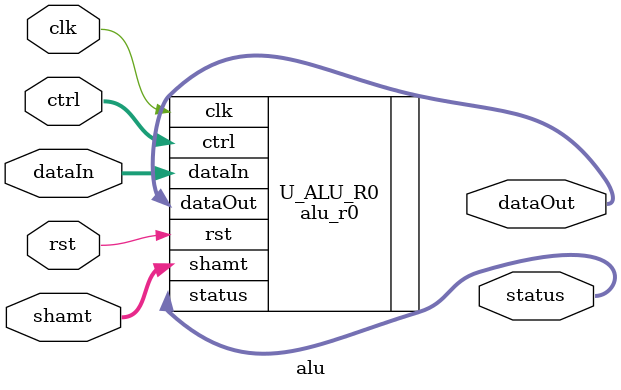
<source format=v>
/*
DESCRIPTION

NOTES

TODO

*/

module alu #(
parameter DATA_WIDTH = 32,
parameter CTRL_WIDTH = 6,
parameter STATUS_WIDTH = 4,
parameter SHAMT_WIDTH = 5,
parameter DELAY = 0,
parameter ARCH_SEL = 0
)(
input clk,
input rst,
input [DATA_WIDTH*2-1:0] dataIn,
input [CTRL_WIDTH-1:0] ctrl,
input [SHAMT_WIDTH-1:0] shamt,
output [DATA_WIDTH-1:0] dataOut,
output [STATUS_WIDTH-1:0] status
);

/**********
 * Internal Signals
**********/
/**********
 * Glue Logic 
 **********/
/**********
 * Synchronous Logic
 **********/
/**********
 * Glue Logic 
 **********/
/**********
 * Components
 **********/
 alu_r0 #(
.DATA_WIDTH(DATA_WIDTH),
.CTRL_WIDTH(CTRL_WIDTH),
.STATUS_WIDTH(STATUS_WIDTH),
.SHAMT_WIDTH(SHAMT_WIDTH),
.DELAY(DELAY)
)U_ALU_R0(
.clk(clk),
.rst(rst),
.dataIn(dataIn),
.ctrl(ctrl),
.shamt(shamt),
.dataOut(dataOut),
.status(status)
);
/**********
 * Output Combinatorial Logic
 **********/
endmodule
</source>
